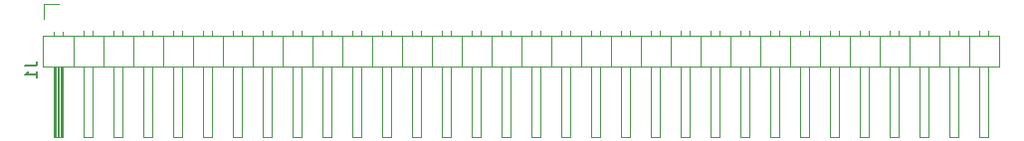
<source format=gbr>
%TF.GenerationSoftware,KiCad,Pcbnew,7.0.8*%
%TF.CreationDate,2024-01-16T07:15:13+01:00*%
%TF.ProjectId,Sorbus-VGA,536f7262-7573-42d5-9647-412e6b696361,rev?*%
%TF.SameCoordinates,Original*%
%TF.FileFunction,Legend,Bot*%
%TF.FilePolarity,Positive*%
%FSLAX46Y46*%
G04 Gerber Fmt 4.6, Leading zero omitted, Abs format (unit mm)*
G04 Created by KiCad (PCBNEW 7.0.8) date 2024-01-16 07:15:13*
%MOMM*%
%LPD*%
G01*
G04 APERTURE LIST*
%ADD10C,0.150000*%
%ADD11C,0.120000*%
G04 APERTURE END LIST*
D10*
X30712819Y-80251666D02*
X31427104Y-80251666D01*
X31427104Y-80251666D02*
X31569961Y-80204047D01*
X31569961Y-80204047D02*
X31665200Y-80108809D01*
X31665200Y-80108809D02*
X31712819Y-79965952D01*
X31712819Y-79965952D02*
X31712819Y-79870714D01*
X31712819Y-81251666D02*
X31712819Y-80680238D01*
X31712819Y-80965952D02*
X30712819Y-80965952D01*
X30712819Y-80965952D02*
X30855676Y-80870714D01*
X30855676Y-80870714D02*
X30950914Y-80775476D01*
X30950914Y-80775476D02*
X30998533Y-80680238D01*
D11*
%TO.C,J1*%
X33528000Y-74930000D02*
X32258000Y-74930000D01*
X32258000Y-74930000D02*
X32258000Y-76200000D01*
X112648000Y-77242929D02*
X112648000Y-77640000D01*
X111888000Y-77242929D02*
X111888000Y-77640000D01*
X110108000Y-77242929D02*
X110108000Y-77640000D01*
X109348000Y-77242929D02*
X109348000Y-77640000D01*
X107568000Y-77242929D02*
X107568000Y-77640000D01*
X106808000Y-77242929D02*
X106808000Y-77640000D01*
X105028000Y-77242929D02*
X105028000Y-77640000D01*
X104268000Y-77242929D02*
X104268000Y-77640000D01*
X102488000Y-77242929D02*
X102488000Y-77640000D01*
X101728000Y-77242929D02*
X101728000Y-77640000D01*
X99948000Y-77242929D02*
X99948000Y-77640000D01*
X99188000Y-77242929D02*
X99188000Y-77640000D01*
X97408000Y-77242929D02*
X97408000Y-77640000D01*
X96648000Y-77242929D02*
X96648000Y-77640000D01*
X94868000Y-77242929D02*
X94868000Y-77640000D01*
X94108000Y-77242929D02*
X94108000Y-77640000D01*
X92328000Y-77242929D02*
X92328000Y-77640000D01*
X91568000Y-77242929D02*
X91568000Y-77640000D01*
X89788000Y-77242929D02*
X89788000Y-77640000D01*
X89028000Y-77242929D02*
X89028000Y-77640000D01*
X87248000Y-77242929D02*
X87248000Y-77640000D01*
X86488000Y-77242929D02*
X86488000Y-77640000D01*
X84708000Y-77242929D02*
X84708000Y-77640000D01*
X83948000Y-77242929D02*
X83948000Y-77640000D01*
X82168000Y-77242929D02*
X82168000Y-77640000D01*
X81408000Y-77242929D02*
X81408000Y-77640000D01*
X79628000Y-77242929D02*
X79628000Y-77640000D01*
X78868000Y-77242929D02*
X78868000Y-77640000D01*
X77088000Y-77242929D02*
X77088000Y-77640000D01*
X76328000Y-77242929D02*
X76328000Y-77640000D01*
X74548000Y-77242929D02*
X74548000Y-77640000D01*
X73788000Y-77242929D02*
X73788000Y-77640000D01*
X72008000Y-77242929D02*
X72008000Y-77640000D01*
X71248000Y-77242929D02*
X71248000Y-77640000D01*
X69468000Y-77242929D02*
X69468000Y-77640000D01*
X68708000Y-77242929D02*
X68708000Y-77640000D01*
X66928000Y-77242929D02*
X66928000Y-77640000D01*
X66168000Y-77242929D02*
X66168000Y-77640000D01*
X64388000Y-77242929D02*
X64388000Y-77640000D01*
X63628000Y-77242929D02*
X63628000Y-77640000D01*
X61848000Y-77242929D02*
X61848000Y-77640000D01*
X61088000Y-77242929D02*
X61088000Y-77640000D01*
X59308000Y-77242929D02*
X59308000Y-77640000D01*
X58548000Y-77242929D02*
X58548000Y-77640000D01*
X56768000Y-77242929D02*
X56768000Y-77640000D01*
X56008000Y-77242929D02*
X56008000Y-77640000D01*
X54228000Y-77242929D02*
X54228000Y-77640000D01*
X53468000Y-77242929D02*
X53468000Y-77640000D01*
X51688000Y-77242929D02*
X51688000Y-77640000D01*
X50928000Y-77242929D02*
X50928000Y-77640000D01*
X49148000Y-77242929D02*
X49148000Y-77640000D01*
X48388000Y-77242929D02*
X48388000Y-77640000D01*
X46608000Y-77242929D02*
X46608000Y-77640000D01*
X45848000Y-77242929D02*
X45848000Y-77640000D01*
X44068000Y-77242929D02*
X44068000Y-77640000D01*
X43308000Y-77242929D02*
X43308000Y-77640000D01*
X41528000Y-77242929D02*
X41528000Y-77640000D01*
X40768000Y-77242929D02*
X40768000Y-77640000D01*
X38988000Y-77242929D02*
X38988000Y-77640000D01*
X38228000Y-77242929D02*
X38228000Y-77640000D01*
X36448000Y-77242929D02*
X36448000Y-77640000D01*
X35688000Y-77242929D02*
X35688000Y-77640000D01*
X33908000Y-77310000D02*
X33908000Y-77640000D01*
X33148000Y-77310000D02*
X33148000Y-77640000D01*
X113598000Y-77640000D02*
X113598000Y-80300000D01*
X110998000Y-77640000D02*
X110998000Y-80300000D01*
X108458000Y-77640000D02*
X108458000Y-80300000D01*
X105918000Y-77640000D02*
X105918000Y-80300000D01*
X103378000Y-77640000D02*
X103378000Y-80300000D01*
X100838000Y-77640000D02*
X100838000Y-80300000D01*
X98298000Y-77640000D02*
X98298000Y-80300000D01*
X95758000Y-77640000D02*
X95758000Y-80300000D01*
X93218000Y-77640000D02*
X93218000Y-80300000D01*
X90678000Y-77640000D02*
X90678000Y-80300000D01*
X88138000Y-77640000D02*
X88138000Y-80300000D01*
X85598000Y-77640000D02*
X85598000Y-80300000D01*
X83058000Y-77640000D02*
X83058000Y-80300000D01*
X80518000Y-77640000D02*
X80518000Y-80300000D01*
X77978000Y-77640000D02*
X77978000Y-80300000D01*
X75438000Y-77640000D02*
X75438000Y-80300000D01*
X72898000Y-77640000D02*
X72898000Y-80300000D01*
X70358000Y-77640000D02*
X70358000Y-80300000D01*
X67818000Y-77640000D02*
X67818000Y-80300000D01*
X65278000Y-77640000D02*
X65278000Y-80300000D01*
X62738000Y-77640000D02*
X62738000Y-80300000D01*
X60198000Y-77640000D02*
X60198000Y-80300000D01*
X57658000Y-77640000D02*
X57658000Y-80300000D01*
X55118000Y-77640000D02*
X55118000Y-80300000D01*
X52578000Y-77640000D02*
X52578000Y-80300000D01*
X50038000Y-77640000D02*
X50038000Y-80300000D01*
X47498000Y-77640000D02*
X47498000Y-80300000D01*
X44958000Y-77640000D02*
X44958000Y-80300000D01*
X42418000Y-77640000D02*
X42418000Y-80300000D01*
X39878000Y-77640000D02*
X39878000Y-80300000D01*
X37338000Y-77640000D02*
X37338000Y-80300000D01*
X34798000Y-77640000D02*
X34798000Y-80300000D01*
X32198000Y-77640000D02*
X113598000Y-77640000D01*
X113598000Y-80300000D02*
X32198000Y-80300000D01*
X111888000Y-80300000D02*
X111888000Y-86300000D01*
X109348000Y-80300000D02*
X109348000Y-86300000D01*
X106808000Y-80300000D02*
X106808000Y-86300000D01*
X104268000Y-80300000D02*
X104268000Y-86300000D01*
X101728000Y-80300000D02*
X101728000Y-86300000D01*
X99188000Y-80300000D02*
X99188000Y-86300000D01*
X96648000Y-80300000D02*
X96648000Y-86300000D01*
X94108000Y-80300000D02*
X94108000Y-86300000D01*
X91568000Y-80300000D02*
X91568000Y-86300000D01*
X89028000Y-80300000D02*
X89028000Y-86300000D01*
X86488000Y-80300000D02*
X86488000Y-86300000D01*
X83948000Y-80300000D02*
X83948000Y-86300000D01*
X81408000Y-80300000D02*
X81408000Y-86300000D01*
X78868000Y-80300000D02*
X78868000Y-86300000D01*
X76328000Y-80300000D02*
X76328000Y-86300000D01*
X73788000Y-80300000D02*
X73788000Y-86300000D01*
X71248000Y-80300000D02*
X71248000Y-86300000D01*
X68708000Y-80300000D02*
X68708000Y-86300000D01*
X66168000Y-80300000D02*
X66168000Y-86300000D01*
X63628000Y-80300000D02*
X63628000Y-86300000D01*
X61088000Y-80300000D02*
X61088000Y-86300000D01*
X58548000Y-80300000D02*
X58548000Y-86300000D01*
X56008000Y-80300000D02*
X56008000Y-86300000D01*
X53468000Y-80300000D02*
X53468000Y-86300000D01*
X50928000Y-80300000D02*
X50928000Y-86300000D01*
X48388000Y-80300000D02*
X48388000Y-86300000D01*
X45848000Y-80300000D02*
X45848000Y-86300000D01*
X43308000Y-80300000D02*
X43308000Y-86300000D01*
X40768000Y-80300000D02*
X40768000Y-86300000D01*
X38228000Y-80300000D02*
X38228000Y-86300000D01*
X35688000Y-80300000D02*
X35688000Y-86300000D01*
X33808000Y-80300000D02*
X33808000Y-86300000D01*
X33688000Y-80300000D02*
X33688000Y-86300000D01*
X33568000Y-80300000D02*
X33568000Y-86300000D01*
X33448000Y-80300000D02*
X33448000Y-86300000D01*
X33328000Y-80300000D02*
X33328000Y-86300000D01*
X33208000Y-80300000D02*
X33208000Y-86300000D01*
X33148000Y-80300000D02*
X33148000Y-86300000D01*
X32198000Y-80300000D02*
X32198000Y-77640000D01*
X112648000Y-86300000D02*
X112648000Y-80300000D01*
X111888000Y-86300000D02*
X112648000Y-86300000D01*
X110108000Y-86300000D02*
X110108000Y-80300000D01*
X109348000Y-86300000D02*
X110108000Y-86300000D01*
X107568000Y-86300000D02*
X107568000Y-80300000D01*
X106808000Y-86300000D02*
X107568000Y-86300000D01*
X105028000Y-86300000D02*
X105028000Y-80300000D01*
X104268000Y-86300000D02*
X105028000Y-86300000D01*
X102488000Y-86300000D02*
X102488000Y-80300000D01*
X101728000Y-86300000D02*
X102488000Y-86300000D01*
X99948000Y-86300000D02*
X99948000Y-80300000D01*
X99188000Y-86300000D02*
X99948000Y-86300000D01*
X97408000Y-86300000D02*
X97408000Y-80300000D01*
X96648000Y-86300000D02*
X97408000Y-86300000D01*
X94868000Y-86300000D02*
X94868000Y-80300000D01*
X94108000Y-86300000D02*
X94868000Y-86300000D01*
X92328000Y-86300000D02*
X92328000Y-80300000D01*
X91568000Y-86300000D02*
X92328000Y-86300000D01*
X89788000Y-86300000D02*
X89788000Y-80300000D01*
X89028000Y-86300000D02*
X89788000Y-86300000D01*
X87248000Y-86300000D02*
X87248000Y-80300000D01*
X86488000Y-86300000D02*
X87248000Y-86300000D01*
X84708000Y-86300000D02*
X84708000Y-80300000D01*
X83948000Y-86300000D02*
X84708000Y-86300000D01*
X82168000Y-86300000D02*
X82168000Y-80300000D01*
X81408000Y-86300000D02*
X82168000Y-86300000D01*
X79628000Y-86300000D02*
X79628000Y-80300000D01*
X78868000Y-86300000D02*
X79628000Y-86300000D01*
X77088000Y-86300000D02*
X77088000Y-80300000D01*
X76328000Y-86300000D02*
X77088000Y-86300000D01*
X74548000Y-86300000D02*
X74548000Y-80300000D01*
X73788000Y-86300000D02*
X74548000Y-86300000D01*
X72008000Y-86300000D02*
X72008000Y-80300000D01*
X71248000Y-86300000D02*
X72008000Y-86300000D01*
X69468000Y-86300000D02*
X69468000Y-80300000D01*
X68708000Y-86300000D02*
X69468000Y-86300000D01*
X66928000Y-86300000D02*
X66928000Y-80300000D01*
X66168000Y-86300000D02*
X66928000Y-86300000D01*
X64388000Y-86300000D02*
X64388000Y-80300000D01*
X63628000Y-86300000D02*
X64388000Y-86300000D01*
X61848000Y-86300000D02*
X61848000Y-80300000D01*
X61088000Y-86300000D02*
X61848000Y-86300000D01*
X59308000Y-86300000D02*
X59308000Y-80300000D01*
X58548000Y-86300000D02*
X59308000Y-86300000D01*
X56768000Y-86300000D02*
X56768000Y-80300000D01*
X56008000Y-86300000D02*
X56768000Y-86300000D01*
X54228000Y-86300000D02*
X54228000Y-80300000D01*
X53468000Y-86300000D02*
X54228000Y-86300000D01*
X51688000Y-86300000D02*
X51688000Y-80300000D01*
X50928000Y-86300000D02*
X51688000Y-86300000D01*
X49148000Y-86300000D02*
X49148000Y-80300000D01*
X48388000Y-86300000D02*
X49148000Y-86300000D01*
X46608000Y-86300000D02*
X46608000Y-80300000D01*
X45848000Y-86300000D02*
X46608000Y-86300000D01*
X44068000Y-86300000D02*
X44068000Y-80300000D01*
X43308000Y-86300000D02*
X44068000Y-86300000D01*
X41528000Y-86300000D02*
X41528000Y-80300000D01*
X40768000Y-86300000D02*
X41528000Y-86300000D01*
X38988000Y-86300000D02*
X38988000Y-80300000D01*
X38228000Y-86300000D02*
X38988000Y-86300000D01*
X36448000Y-86300000D02*
X36448000Y-80300000D01*
X35688000Y-86300000D02*
X36448000Y-86300000D01*
X33908000Y-86300000D02*
X33908000Y-80300000D01*
X33148000Y-86300000D02*
X33908000Y-86300000D01*
%TD*%
M02*

</source>
